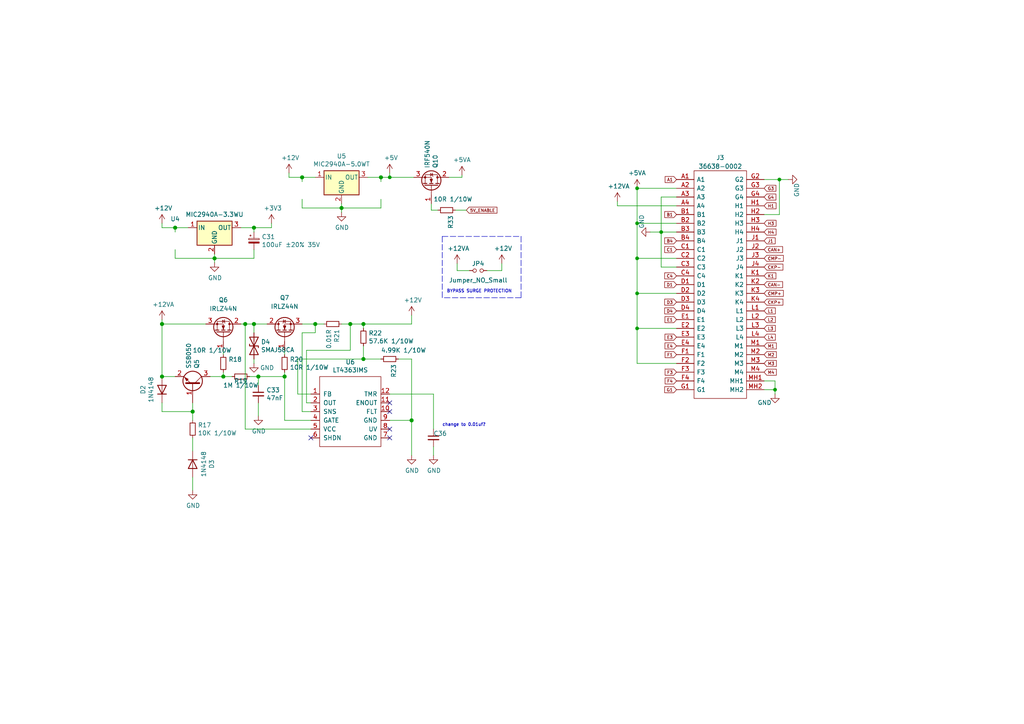
<source format=kicad_sch>
(kicad_sch (version 20211123) (generator eeschema)
  (paper "A4")
  (title_block (title "uEFI") (date "%%date%%") (rev "%%version%%") (company "Churrosoft") (comment 1 "MIT Licence"))
  (lib_symbols
    (symbol "Device:CP_Small" (pin_numbers hide) (pin_names (offset 0.254) hide)
      (property "Reference" "C" (at 0.254 1.778 0))
      (property "Value" "CP_Small" (at 0.254 -2.032 0))
      (symbol "CP_Small_0_1"
        (rectangle (start -1.524 -0.3048) (end 1.524 -0.6858) (fill (type outline)))
        (rectangle (start -1.524 0.6858) (end 1.524 0.3048))
        (polyline (pts (xy -1.27 1.524) (xy -0.762 1.524)))
        (polyline (pts (xy -1.016 1.27) (xy -1.016 1.778)))
      )
      (symbol "CP_Small_1_1"
        (pin passive line (at 0 2.54 270) (length 1.8542) (name "~") (number "1"))
        (pin passive line (at 0 -2.54 90) (length 1.8542) (name "~") (number "2"))
      )
    )
    (symbol "Device:C_Small" (pin_numbers hide) (pin_names (offset 0.254) hide)
      (property "Reference" "C" (at 0.254 1.778 0))
      (property "Value" "C_Small" (at 0.254 -2.032 0))
      (symbol "C_Small_0_1"
        (polyline (pts (xy -1.524 -0.508) (xy 1.524 -0.508)) (stroke (width 0.3302)))
        (polyline (pts (xy -1.524 0.508) (xy 1.524 0.508)) (stroke (width 0.3048)))
      )
      (symbol "C_Small_1_1"
        (pin passive line (at 0 2.54 270) (length 2.032) (name "~") (number "1"))
        (pin passive line (at 0 -2.54 90) (length 2.032) (name "~") (number "2"))
      )
    )
    (symbol "Device:D_TVS" (pin_numbers hide) (pin_names (offset 1.016) hide)
      (property "Reference" "D" (at 0 2.54 0))
      (property "Value" "D_TVS" (at 0 -2.54 0))
      (symbol "D_TVS_0_1"
        (polyline (pts (xy 1.27 0) (xy -1.27 0)))
        (polyline (pts (xy 0.508 1.27) (xy 0 1.27) (xy 0 -1.27) (xy -0.508 -1.27)) (stroke (width 0.254)))
        (polyline (pts (xy -2.54 1.27) (xy -2.54 -1.27) (xy 2.54 1.27) (xy 2.54 -1.27) (xy -2.54 1.27)) (stroke (width 0.254)))
      )
      (symbol "D_TVS_1_1"
        (pin passive line (at -3.81 0 0) (length 2.54) (name "A1") (number "1"))
        (pin passive line (at 3.81 0 180) (length 2.54) (name "A2") (number "2"))
      )
    )
    (symbol "Device:Jumper_NO_Small" (pin_numbers hide) (pin_names (offset 0.762) hide)
      (property "Reference" "JP" (at 0 2.032 0))
      (property "Value" "Jumper_NO_Small" (at 0.254 -1.524 0))
      (symbol "Jumper_NO_Small_0_1"
        (circle (center -1.016 0) (radius 0.508))
        (circle (center 1.016 0) (radius 0.508))
        (pin passive line (at -2.54 0 0) (length 1.016) (name "1") (number "1"))
        (pin passive line (at 2.54 0 180) (length 1.016) (name "2") (number "2"))
      )
    )
    (symbol "Device:R_Small" (pin_numbers hide) (pin_names (offset 0.254) hide)
      (property "Reference" "R" (at 0.762 0.508 0))
      (property "Value" "R_Small" (at 0.762 -1.016 0))
      (symbol "R_Small_0_1"
        (rectangle (start -0.762 1.778) (end 0.762 -1.778) (stroke (width 0.2032)))
      )
      (symbol "R_Small_1_1"
        (pin passive line (at 0 2.54 270) (length 0.762) (name "~") (number "1"))
        (pin passive line (at 0 -2.54 90) (length 0.762) (name "~") (number "2"))
      )
    )
    (symbol "Diode:1N4148" (pin_numbers hide) (pin_names (offset 1.016) hide)
      (property "Reference" "D" (at 0 2.54 0))
      (property "Value" "1N4148" (at 0 -2.54 0))
      (symbol "1N4148_0_1"
        (polyline (pts (xy -1.27 1.27) (xy -1.27 -1.27)) (stroke (width 0.254)))
        (polyline (pts (xy 1.27 0) (xy -1.27 0)))
        (polyline (pts (xy 1.27 1.27) (xy 1.27 -1.27) (xy -1.27 0) (xy 1.27 1.27)) (stroke (width 0.254)))
      )
      (symbol "1N4148_1_1"
        (pin passive line (at -3.81 0 0) (length 2.54) (name "K") (number "1"))
        (pin passive line (at 3.81 0 180) (length 2.54) (name "A") (number "2"))
      )
    )
    (symbol "OpenEFI-STM32-rev3:36638-0002" (pin_names (offset 0.762))
      (property "Reference" "J" (at 21.59 7.62 0))
      (property "Value" "36638-0002" (at 21.59 5.08 0))
      (symbol "36638-0002_0_0"
        (pin passive line (at 0 0 0) (length 5.08) (name "A1") (number "A1"))
        (pin passive line (at 0 -2.54 0) (length 5.08) (name "A2") (number "A2"))
        (pin passive line (at 0 -5.08 0) (length 5.08) (name "A3") (number "A3"))
        (pin passive line (at 0 -7.62 0) (length 5.08) (name "A4") (number "A4"))
        (pin passive line (at 0 -10.16 0) (length 5.08) (name "B1") (number "B1"))
        (pin passive line (at 0 -12.7 0) (length 5.08) (name "B2") (number "B2"))
        (pin passive line (at 0 -15.24 0) (length 5.08) (name "B3") (number "B3"))
        (pin passive line (at 0 -17.78 0) (length 5.08) (name "B4") (number "B4"))
        (pin passive line (at 0 -20.32 0) (length 5.08) (name "C1") (number "C1"))
        (pin passive line (at 0 -22.86 0) (length 5.08) (name "C2") (number "C2"))
        (pin passive line (at 0 -25.4 0) (length 5.08) (name "C3") (number "C3"))
        (pin passive line (at 0 -27.94 0) (length 5.08) (name "C4") (number "C4"))
        (pin passive line (at 0 -30.48 0) (length 5.08) (name "D1") (number "D1"))
        (pin passive line (at 0 -33.02 0) (length 5.08) (name "D2") (number "D2"))
        (pin passive line (at 0 -35.56 0) (length 5.08) (name "D3") (number "D3"))
        (pin passive line (at 0 -38.1 0) (length 5.08) (name "D4") (number "D4"))
        (pin passive line (at 0 -40.64 0) (length 5.08) (name "E1") (number "E1"))
        (pin passive line (at 0 -43.18 0) (length 5.08) (name "E2") (number "E2"))
        (pin passive line (at 0 -45.72 0) (length 5.08) (name "E3") (number "E3"))
        (pin passive line (at 0 -48.26 0) (length 5.08) (name "E4") (number "E4"))
        (pin passive line (at 0 -50.8 0) (length 5.08) (name "F1") (number "F1"))
        (pin passive line (at 0 -53.34 0) (length 5.08) (name "F2") (number "F2"))
        (pin passive line (at 0 -55.88 0) (length 5.08) (name "F3") (number "F3"))
        (pin passive line (at 0 -58.42 0) (length 5.08) (name "F4") (number "F4"))
        (pin passive line (at 0 -60.96 0) (length 5.08) (name "G1") (number "G1"))
        (pin passive line (at 25.4 0 180) (length 5.08) (name "G2") (number "G2"))
        (pin passive line (at 25.4 -2.54 180) (length 5.08) (name "G3") (number "G3"))
        (pin passive line (at 25.4 -5.08 180) (length 5.08) (name "G4") (number "G4"))
        (pin passive line (at 25.4 -7.62 180) (length 5.08) (name "H1") (number "H1"))
        (pin passive line (at 25.4 -10.16 180) (length 5.08) (name "H2") (number "H2"))
        (pin passive line (at 25.4 -12.7 180) (length 5.08) (name "H3") (number "H3"))
        (pin passive line (at 25.4 -15.24 180) (length 5.08) (name "H4") (number "H4"))
        (pin passive line (at 25.4 -17.78 180) (length 5.08) (name "J1") (number "J1"))
        (pin passive line (at 25.4 -20.32 180) (length 5.08) (name "J2") (number "J2"))
        (pin passive line (at 25.4 -22.86 180) (length 5.08) (name "J3") (number "J3"))
        (pin passive line (at 25.4 -25.4 180) (length 5.08) (name "J4") (number "J4"))
        (pin passive line (at 25.4 -27.94 180) (length 5.08) (name "K1") (number "K1"))
        (pin passive line (at 25.4 -30.48 180) (length 5.08) (name "K2") (number "K2"))
        (pin passive line (at 25.4 -33.02 180) (length 5.08) (name "K3") (number "K3"))
        (pin passive line (at 25.4 -35.56 180) (length 5.08) (name "K4") (number "K4"))
        (pin passive line (at 25.4 -38.1 180) (length 5.08) (name "L1") (number "L1"))
        (pin passive line (at 25.4 -40.64 180) (length 5.08) (name "L2") (number "L2"))
        (pin passive line (at 25.4 -43.18 180) (length 5.08) (name "L3") (number "L3"))
        (pin passive line (at 25.4 -45.72 180) (length 5.08) (name "L4") (number "L4"))
        (pin passive line (at 25.4 -48.26 180) (length 5.08) (name "M1") (number "M1"))
        (pin passive line (at 25.4 -50.8 180) (length 5.08) (name "M2") (number "M2"))
        (pin passive line (at 25.4 -53.34 180) (length 5.08) (name "M3") (number "M3"))
        (pin passive line (at 25.4 -55.88 180) (length 5.08) (name "M4") (number "M4"))
        (pin passive line (at 25.4 -58.42 180) (length 5.08) (name "MH1") (number "MH1"))
        (pin passive line (at 25.4 -60.96 180) (length 5.08) (name "MH2") (number "MH2"))
      )
      (symbol "36638-0002_0_1"
        (polyline (pts (xy 5.08 2.54) (xy 20.32 2.54) (xy 20.32 -63.5) (xy 5.08 -63.5) (xy 5.08 2.54)) (stroke (width 0.1524)))
      )
    )
    (symbol "OpenEFI-STM32-rev3:LT4363IMS" (pin_names (offset 1.016))
      (property "Reference" "U" (at 0 2.54 0))
      (property "Value" "LT4363IMS" (at 0 5.08 0))
      (symbol "LT4363IMS_0_1"
        (rectangle (start -8.89 6.35) (end 8.89 -13.97))
      )
      (symbol "LT4363IMS_1_1"
        (pin input line (at -11.43 1.27 0) (length 2.54) (name "FB") (number "1"))
        (pin input line (at 11.43 -3.81 180) (length 2.54) (name "FLT") (number "10"))
        (pin input line (at 11.43 -1.27 180) (length 2.54) (name "ENOUT") (number "11"))
        (pin input line (at 11.43 1.27 180) (length 2.54) (name "TMR") (number "12"))
        (pin input line (at -11.43 -1.27 0) (length 2.54) (name "OUT") (number "2"))
        (pin input line (at -11.43 -3.81 0) (length 2.54) (name "SNS") (number "3"))
        (pin input line (at -11.43 -6.35 0) (length 2.54) (name "GATE") (number "4"))
        (pin input line (at -11.43 -8.89 0) (length 2.54) (name "VCC") (number "5"))
        (pin input line (at -11.43 -11.43 0) (length 2.54) (name "SHDN") (number "6"))
        (pin input line (at 11.43 -11.43 180) (length 2.54) (name "GND") (number "7"))
        (pin input line (at 11.43 -8.89 180) (length 2.54) (name "UV") (number "8"))
        (pin input line (at 11.43 -6.35 180) (length 2.54) (name "GND") (number "9"))
      )
    )
    (symbol "Regulator_Linear:L7805" (pin_names (offset 0.254))
      (property "Reference" "U" (at -3.81 3.175 0))
      (property "Value" "L7805" (at 0 3.175 0))
      (symbol "L7805_0_1"
        (rectangle (start -5.08 1.905) (end 5.08 -5.08) (stroke (width 0.254)) (fill (type background)))
      )
      (symbol "L7805_1_1"
        (pin power_in line (at -7.62 0 0) (length 2.54) (name "IN") (number "1"))
        (pin power_in line (at 0 -7.62 90) (length 2.54) (name "GND") (number "2"))
        (pin power_out line (at 7.62 0 180) (length 2.54) (name "OUT") (number "3"))
      )
    )
    (symbol "Transistor_BJT:2N3055" (pin_names (offset 0) hide)
      (property "Reference" "Q" (at 5.08 1.905 0))
      (property "Value" "2N3055" (at 5.08 0 0))
      (symbol "2N3055_0_1"
        (polyline (pts (xy 0.635 0.635) (xy 2.54 2.54)))
        (polyline (pts (xy 0.635 -0.635) (xy 2.54 -2.54) (xy 2.54 -2.54)))
        (polyline (pts (xy 0.635 1.905) (xy 0.635 -1.905) (xy 0.635 -1.905)) (stroke (width 0.508)))
        (polyline (pts (xy 1.27 -1.778) (xy 1.778 -1.27) (xy 2.286 -2.286) (xy 1.27 -1.778) (xy 1.27 -1.778)) (fill (type outline)))
        (circle (center 1.27 0) (radius 2.8194) (stroke (width 0.254)))
      )
      (symbol "2N3055_1_1"
        (pin input line (at -5.08 0 0) (length 5.715) (name "B") (number "1"))
        (pin passive line (at 2.54 -5.08 90) (length 2.54) (name "E") (number "2"))
        (pin passive line (at 2.54 5.08 270) (length 2.54) (name "C") (number "3"))
      )
    )
    (symbol "Transistor_FET:IRF540N" (pin_names hide)
      (property "Reference" "Q" (at 6.35 1.905 0))
      (property "Value" "IRF540N" (at 6.35 0 0))
      (symbol "IRF540N_0_1"
        (polyline (pts (xy 0.254 0) (xy -2.54 0)))
        (polyline (pts (xy 0.254 1.905) (xy 0.254 -1.905)) (stroke (width 0.254)))
        (polyline (pts (xy 0.762 -1.27) (xy 0.762 -2.286)) (stroke (width 0.254)))
        (polyline (pts (xy 0.762 0.508) (xy 0.762 -0.508)) (stroke (width 0.254)))
        (polyline (pts (xy 0.762 2.286) (xy 0.762 1.27)) (stroke (width 0.254)))
        (polyline (pts (xy 2.54 2.54) (xy 2.54 1.778)))
        (polyline (pts (xy 2.54 -2.54) (xy 2.54 0) (xy 0.762 0)))
        (polyline (pts (xy 0.762 -1.778) (xy 3.302 -1.778) (xy 3.302 1.778) (xy 0.762 1.778)))
        (polyline (pts (xy 1.016 0) (xy 2.032 0.381) (xy 2.032 -0.381) (xy 1.016 0)) (fill (type outline)))
        (polyline (pts (xy 2.794 0.508) (xy 2.921 0.381) (xy 3.683 0.381) (xy 3.81 0.254)))
        (polyline (pts (xy 3.302 0.381) (xy 2.921 -0.254) (xy 3.683 -0.254) (xy 3.302 0.381)))
        (circle (center 1.651 0) (radius 2.794) (stroke (width 0.254)))
        (circle (center 2.54 -1.778) (radius 0.254) (fill (type outline)))
        (circle (center 2.54 1.778) (radius 0.254) (fill (type outline)))
      )
      (symbol "IRF540N_1_1"
        (pin input line (at -5.08 0 0) (length 2.54) (name "G") (number "1"))
        (pin passive line (at 2.54 5.08 270) (length 2.54) (name "D") (number "2"))
        (pin passive line (at 2.54 -5.08 90) (length 2.54) (name "S") (number "3"))
      )
    )
    (symbol "Transistor_FET:IRLZ44N" (pin_names hide)
      (property "Reference" "Q" (at 6.35 1.905 0))
      (property "Value" "IRLZ44N" (at 6.35 0 0))
      (symbol "IRLZ44N_0_1"
        (polyline (pts (xy 0.254 0) (xy -2.54 0)))
        (polyline (pts (xy 0.254 1.905) (xy 0.254 -1.905)) (stroke (width 0.254)))
        (polyline (pts (xy 0.762 -1.27) (xy 0.762 -2.286)) (stroke (width 0.254)))
        (polyline (pts (xy 0.762 0.508) (xy 0.762 -0.508)) (stroke (width 0.254)))
        (polyline (pts (xy 0.762 2.286) (xy 0.762 1.27)) (stroke (width 0.254)))
        (polyline (pts (xy 2.54 2.54) (xy 2.54 1.778)))
        (polyline (pts (xy 2.54 -2.54) (xy 2.54 0) (xy 0.762 0)))
        (polyline (pts (xy 0.762 -1.778) (xy 3.302 -1.778) (xy 3.302 1.778) (xy 0.762 1.778)))
        (polyline (pts (xy 1.016 0) (xy 2.032 0.381) (xy 2.032 -0.381) (xy 1.016 0)) (fill (type outline)))
        (polyline (pts (xy 2.794 0.508) (xy 2.921 0.381) (xy 3.683 0.381) (xy 3.81 0.254)))
        (polyline (pts (xy 3.302 0.381) (xy 2.921 -0.254) (xy 3.683 -0.254) (xy 3.302 0.381)))
        (circle (center 1.651 0) (radius 2.794) (stroke (width 0.254)))
        (circle (center 2.54 -1.778) (radius 0.254) (fill (type outline)))
        (circle (center 2.54 1.778) (radius 0.254) (fill (type outline)))
      )
      (symbol "IRLZ44N_1_1"
        (pin input line (at -5.08 0 0) (length 2.54) (name "G") (number "1"))
        (pin passive line (at 2.54 5.08 270) (length 2.54) (name "D") (number "2"))
        (pin passive line (at 2.54 -5.08 90) (length 2.54) (name "S") (number "3"))
      )
    )
    (symbol "power:+12V" (power) (pin_names (offset 0))
      (property "Value" "+12V" (at 0 3.556 0))
      (symbol "+12V_0_1"
        (polyline (pts (xy -0.762 1.27) (xy 0 2.54)))
        (polyline (pts (xy 0 0) (xy 0 2.54)))
        (polyline (pts (xy 0 2.54) (xy 0.762 1.27)))
      )
      (symbol "+12V_1_1"
        (pin power_in line (at 0 0 90) (length 0) hide (name "+12V") (number "1"))
      )
    )
    (symbol "power:+12VA" (power) (pin_names (offset 0))
      (property "Value" "+12VA" (at 0 3.556 0))
      (symbol "+12VA_0_1"
        (polyline (pts (xy -0.762 1.27) (xy 0 2.54)))
        (polyline (pts (xy 0 0) (xy 0 2.54)))
        (polyline (pts (xy 0 2.54) (xy 0.762 1.27)))
      )
      (symbol "+12VA_1_1"
        (pin power_in line (at 0 0 90) (length 0) hide (name "+12VA") (number "1"))
      )
    )
    (symbol "power:+3V3" (power) (pin_names (offset 0))
      (property "Value" "+3V3" (at 0 3.556 0))
      (symbol "+3V3_0_1"
        (polyline (pts (xy -0.762 1.27) (xy 0 2.54)))
        (polyline (pts (xy 0 0) (xy 0 2.54)))
        (polyline (pts (xy 0 2.54) (xy 0.762 1.27)))
      )
      (symbol "+3V3_1_1"
        (pin power_in line (at 0 0 90) (length 0) hide (name "+3V3") (number "1"))
      )
    )
    (symbol "power:+5V" (power) (pin_names (offset 0))
      (property "Value" "+5V" (at 0 3.556 0))
      (symbol "+5V_0_1"
        (polyline (pts (xy -0.762 1.27) (xy 0 2.54)))
        (polyline (pts (xy 0 0) (xy 0 2.54)))
        (polyline (pts (xy 0 2.54) (xy 0.762 1.27)))
      )
      (symbol "+5V_1_1"
        (pin power_in line (at 0 0 90) (length 0) hide (name "+5V") (number "1"))
      )
    )
    (symbol "power:+5VA" (power) (pin_names (offset 0))
      (property "Value" "+5VA" (at 0 3.556 0))
      (symbol "+5VA_0_1"
        (polyline (pts (xy -0.762 1.27) (xy 0 2.54)))
        (polyline (pts (xy 0 0) (xy 0 2.54)))
        (polyline (pts (xy 0 2.54) (xy 0.762 1.27)))
      )
      (symbol "+5VA_1_1"
        (pin power_in line (at 0 0 90) (length 0) hide (name "+5VA") (number "1"))
      )
    )
    (symbol "power:GND" (power) (pin_names (offset 0))
      (property "Value" "GND" (at 0 -3.81 0))
      (symbol "GND_0_1"
        (polyline (pts (xy 0 0) (xy 0 -1.27) (xy 1.27 -1.27) (xy 0 -2.54) (xy -1.27 -1.27) (xy 0 -1.27)))
      )
      (symbol "GND_1_1"
        (pin power_in line (at 0 0 270) (length 0) hide (name "GND") (number "1"))
      )
    )
  )
  (junction (at 105.41 104.14) (diameter 1.016))
  (junction (at 101.6 93.98) (diameter 1.016))
  (junction (at 184.785 54.61) (diameter 0.9144))
  (junction (at 119.38 121.92) (diameter 1.016))
  (junction (at 91.44 93.98) (diameter 1.016))
  (junction (at 184.785 95.25) (diameter 0.9144))
  (junction (at 73.66 93.98) (diameter 1.016))
  (junction (at 46.99 93.98) (diameter 1.016))
  (junction (at 191.77 67.31) (diameter 0.9144))
  (junction (at 46.99 109.22) (diameter 1.016))
  (junction (at 50.8 66.04) (diameter 1.016))
  (junction (at 82.55 109.22) (diameter 1.016))
  (junction (at 99.06 60.325) (diameter 1.016))
  (junction (at 113.03 51.435) (diameter 0.9144))
  (junction (at 110.49 51.435) (diameter 1.016))
  (junction (at 64.77 109.22) (diameter 1.016))
  (junction (at 74.93 109.22) (diameter 1.016))
  (junction (at 226.06 52.07) (diameter 0.9144))
  (junction (at 87.63 51.435) (diameter 1.016))
  (junction (at 184.785 85.09) (diameter 0.9144))
  (junction (at 62.23 74.93) (diameter 1.016))
  (junction (at 55.88 119.38) (diameter 1.016))
  (junction (at 71.12 93.98) (diameter 1.016))
  (junction (at 224.79 113.03) (diameter 0.9144))
  (junction (at 73.66 66.04) (diameter 1.016))
  (junction (at 184.785 64.77) (diameter 0.9144))
  (junction (at 184.785 74.93) (diameter 0.9144))
  (junction (at 105.41 93.98) (diameter 1.016))
  (no_connect (at 90.17 127))
  (no_connect (at 113.03 124.46))
  (no_connect (at 113.03 119.38))
  (no_connect (at 113.03 127))
  (no_connect (at 113.03 116.84))
  (wire (pts (xy 82.55 121.92) (xy 82.55 109.22)))
  (wire (pts (xy 60.96 109.22) (xy 64.77 109.22)))
  (wire (pts (xy 83.82 51.435) (xy 87.63 51.435)))
  (wire (pts (xy 64.77 101.6) (xy 64.77 102.87)))
  (wire (pts (xy 86.36 114.3) (xy 90.17 114.3)))
  (wire (pts (xy 82.55 107.95) (xy 82.55 109.22)))
  (wire (pts (xy 64.77 109.22) (xy 64.77 107.95)))
  (wire (pts (xy 179.07 59.69) (xy 179.07 58.42)))
  (wire (pts (xy 54.61 66.04) (xy 50.8 66.04)))
  (wire (pts (xy 74.93 109.22) (xy 82.55 109.22)))
  (wire (pts (xy 221.615 110.49) (xy 224.79 110.49)))
  (wire (pts (xy 224.79 110.49) (xy 224.79 113.03)))
  (wire (pts (xy 224.79 113.03) (xy 224.79 114.3)))
  (wire (pts (xy 87.63 60.325) (xy 99.06 60.325)))
  (wire (pts (xy 90.17 119.38) (xy 87.63 119.38)))
  (wire (pts (xy 82.55 121.92) (xy 90.17 121.92)))
  (wire (pts (xy 74.93 111.76) (xy 74.93 109.22)))
  (wire (pts (xy 221.615 113.03) (xy 224.79 113.03)))
  (wire (pts (xy 67.31 109.22) (xy 64.77 109.22)))
  (wire (pts (xy 91.44 96.52) (xy 91.44 93.98)))
  (wire (pts (xy 50.8 72.39) (xy 50.8 74.93)))
  (wire (pts (xy 69.85 66.04) (xy 73.66 66.04)))
  (wire (pts (xy 88.9 101.6) (xy 88.9 116.84)))
  (polyline (pts (xy 128.27 68.58) (xy 128.27 86.36)))
  (polyline (pts (xy 128.27 68.58) (xy 151.13 68.58)))
  (polyline (pts (xy 151.13 68.58) (xy 151.13 86.36)))
  (polyline (pts (xy 151.13 86.36) (xy 128.27 86.36)))
  (wire (pts (xy 87.63 51.435) (xy 91.44 51.435)))
  (wire (pts (xy 125.73 129.54) (xy 125.73 132.08)))
  (wire (pts (xy 46.99 66.04) (xy 50.8 66.04)))
  (wire (pts (xy 113.03 114.3) (xy 125.73 114.3)))
  (wire (pts (xy 105.41 104.14) (xy 110.49 104.14)))
  (wire (pts (xy 191.77 57.15) (xy 191.77 67.31)))
  (wire (pts (xy 191.77 67.31) (xy 196.215 67.31)))
  (wire (pts (xy 196.215 57.15) (xy 191.77 57.15)))
  (wire (pts (xy 73.66 74.93) (xy 62.23 74.93)))
  (wire (pts (xy 46.99 93.98) (xy 59.69 93.98)))
  (wire (pts (xy 78.74 66.04) (xy 73.66 66.04)))
  (wire (pts (xy 82.55 102.87) (xy 82.55 101.6)))
  (wire (pts (xy 62.23 73.66) (xy 62.23 74.93)))
  (wire (pts (xy 99.06 60.325) (xy 99.06 61.595)))
  (wire (pts (xy 119.38 91.44) (xy 119.38 93.98)))
  (wire (pts (xy 46.99 119.38) (xy 55.88 119.38)))
  (wire (pts (xy 196.215 85.09) (xy 184.785 85.09)))
  (wire (pts (xy 83.82 50.165) (xy 83.82 51.435)))
  (wire (pts (xy 73.66 72.39) (xy 73.66 74.93)))
  (wire (pts (xy 105.41 93.98) (xy 105.41 95.25)))
  (wire (pts (xy 86.36 104.14) (xy 86.36 114.3)))
  (wire (pts (xy 113.03 121.92) (xy 119.38 121.92)))
  (wire (pts (xy 179.07 59.69) (xy 196.215 59.69)))
  (wire (pts (xy 73.66 96.52) (xy 73.66 93.98)))
  (wire (pts (xy 55.88 119.38) (xy 55.88 121.92)))
  (wire (pts (xy 101.6 93.98) (xy 101.6 101.6)))
  (wire (pts (xy 46.99 109.22) (xy 50.8 109.22)))
  (wire (pts (xy 141.224 78.486) (xy 145.542 78.486)))
  (wire (pts (xy 145.542 78.486) (xy 145.542 76.454)))
  (wire (pts (xy 62.23 74.93) (xy 62.23 76.2)))
  (wire (pts (xy 71.12 93.98) (xy 71.12 124.46)))
  (wire (pts (xy 132.08 60.96) (xy 135.255 60.96)))
  (wire (pts (xy 105.41 100.33) (xy 105.41 104.14)))
  (wire (pts (xy 91.44 93.98) (xy 93.98 93.98)))
  (wire (pts (xy 99.06 59.055) (xy 99.06 60.325)))
  (wire (pts (xy 74.93 116.84) (xy 74.93 120.65)))
  (wire (pts (xy 46.99 92.71) (xy 46.99 93.98)))
  (wire (pts (xy 188.595 67.31) (xy 191.77 67.31)))
  (wire (pts (xy 55.88 138.43) (xy 55.88 142.24)))
  (wire (pts (xy 87.63 119.38) (xy 87.63 96.52)))
  (wire (pts (xy 133.985 50.8) (xy 133.985 51.435)))
  (wire (pts (xy 133.985 51.435) (xy 130.175 51.435)))
  (wire (pts (xy 78.74 64.77) (xy 78.74 66.04)))
  (wire (pts (xy 71.12 124.46) (xy 90.17 124.46)))
  (wire (pts (xy 73.66 66.04) (xy 73.66 67.31)))
  (wire (pts (xy 50.8 74.93) (xy 62.23 74.93)))
  (wire (pts (xy 87.63 52.705) (xy 87.63 51.435)))
  (wire (pts (xy 113.03 51.435) (xy 110.49 51.435)))
  (wire (pts (xy 73.66 93.98) (xy 77.47 93.98)))
  (wire (pts (xy 125.095 59.055) (xy 125.095 60.96)))
  (wire (pts (xy 125.095 60.96) (xy 127 60.96)))
  (wire (pts (xy 87.63 93.98) (xy 91.44 93.98)))
  (wire (pts (xy 55.88 127) (xy 55.88 130.81)))
  (wire (pts (xy 113.03 50.165) (xy 113.03 51.435)))
  (wire (pts (xy 125.73 114.3) (xy 125.73 124.46)))
  (wire (pts (xy 71.12 93.98) (xy 73.66 93.98)))
  (wire (pts (xy 113.03 51.435) (xy 120.015 51.435)))
  (wire (pts (xy 69.85 93.98) (xy 71.12 93.98)))
  (wire (pts (xy 101.6 101.6) (xy 88.9 101.6)))
  (wire (pts (xy 110.49 60.325) (xy 99.06 60.325)))
  (wire (pts (xy 73.66 104.14) (xy 73.66 105.41)))
  (wire (pts (xy 191.77 77.47) (xy 191.77 67.31)))
  (wire (pts (xy 196.215 77.47) (xy 191.77 77.47)))
  (wire (pts (xy 184.785 74.93) (xy 196.215 74.93)))
  (wire (pts (xy 46.99 116.84) (xy 46.99 119.38)))
  (wire (pts (xy 119.38 121.92) (xy 119.38 132.08)))
  (wire (pts (xy 99.06 93.98) (xy 101.6 93.98)))
  (wire (pts (xy 88.9 116.84) (xy 90.17 116.84)))
  (wire (pts (xy 119.38 93.98) (xy 105.41 93.98)))
  (wire (pts (xy 221.615 52.07) (xy 226.06 52.07)))
  (wire (pts (xy 226.06 52.07) (xy 228.6 52.07)))
  (wire (pts (xy 55.88 116.84) (xy 55.88 119.38)))
  (wire (pts (xy 184.785 54.61) (xy 184.785 64.77)))
  (wire (pts (xy 184.785 64.77) (xy 184.785 74.93)))
  (wire (pts (xy 184.785 74.93) (xy 184.785 85.09)))
  (wire (pts (xy 184.785 85.09) (xy 184.785 95.25)))
  (wire (pts (xy 184.785 95.25) (xy 184.785 105.41)))
  (wire (pts (xy 184.785 105.41) (xy 196.215 105.41)))
  (wire (pts (xy 196.215 54.61) (xy 184.785 54.61)))
  (wire (pts (xy 110.49 51.435) (xy 110.49 52.705)))
  (wire (pts (xy 72.39 109.22) (xy 74.93 109.22)))
  (wire (pts (xy 106.68 51.435) (xy 110.49 51.435)))
  (wire (pts (xy 105.41 104.14) (xy 86.36 104.14)))
  (wire (pts (xy 132.588 76.454) (xy 132.588 78.486)))
  (wire (pts (xy 132.588 78.486) (xy 136.144 78.486)))
  (wire (pts (xy 46.99 109.22) (xy 46.99 93.98)))
  (wire (pts (xy 87.63 96.52) (xy 91.44 96.52)))
  (wire (pts (xy 50.8 66.04) (xy 50.8 67.31)))
  (wire (pts (xy 221.615 62.23) (xy 226.06 62.23)))
  (wire (pts (xy 226.06 62.23) (xy 226.06 52.07)))
  (wire (pts (xy 101.6 93.98) (xy 105.41 93.98)))
  (wire (pts (xy 184.785 95.25) (xy 196.215 95.25)))
  (wire (pts (xy 119.38 104.14) (xy 119.38 121.92)))
  (wire (pts (xy 115.57 104.14) (xy 119.38 104.14)))
  (wire (pts (xy 87.63 57.785) (xy 87.63 60.325)))
  (wire (pts (xy 184.785 64.77) (xy 196.215 64.77)))
  (wire (pts (xy 110.49 57.785) (xy 110.49 60.325)))
  (wire (pts (xy 46.99 64.77) (xy 46.99 66.04)))
  (text "BYPASS SURGE PROTECTION" (at 129.54 85.09 0) (effects (font (size 0.889 0.889)) (justify left bottom)))
  (text "change to 0.01uf?" (at 128.27 123.825 0) (effects (font (size 0.889 0.889)) (justify left bottom)))
  (global_label "L1" (shape input) (at 221.615 90.17 0) (effects (font (size 0.889 0.889))) (property "Intersheet References" "${INTERSHEET_REFS}" (effects hide)))
  (global_label "M3" (shape input) (at 221.615 105.41 0) (effects (font (size 0.889 0.889))) (property "Intersheet References" "${INTERSHEET_REFS}" (effects hide)))
  (global_label "K1" (shape input) (at 221.615 80.01 0) (effects (font (size 0.889 0.889))) (property "Intersheet References" "${INTERSHEET_REFS}" (effects hide)))
  (global_label "E1" (shape input) (at 196.215 92.71 180) (effects (font (size 0.889 0.889))) (property "Intersheet References" "${INTERSHEET_REFS}" (effects hide)))
  (global_label "CMP+" (shape input) (at 221.615 85.09 0) (effects (font (size 0.889 0.889))) (property "Intersheet References" "${INTERSHEET_REFS}" (effects hide)))
  (global_label "C1" (shape input) (at 196.215 72.39 180) (effects (font (size 0.889 0.889))) (property "Intersheet References" "${INTERSHEET_REFS}" (effects hide)))
  (global_label "E3" (shape input) (at 196.215 97.79 180) (effects (font (size 0.889 0.889))) (property "Intersheet References" "${INTERSHEET_REFS}" (effects hide)))
  (global_label "G1" (shape input) (at 196.215 113.03 180) (effects (font (size 0.889 0.889))) (property "Intersheet References" "${INTERSHEET_REFS}" (effects hide)))
  (global_label "M2" (shape input) (at 221.615 102.87 0) (effects (font (size 0.889 0.889))) (property "Intersheet References" "${INTERSHEET_REFS}" (effects hide)))
  (global_label "CMP-" (shape input) (at 221.615 74.93 0) (effects (font (size 0.889 0.889))) (property "Intersheet References" "${INTERSHEET_REFS}" (effects hide)))
  (global_label "B4" (shape input) (at 196.215 69.85 180) (effects (font (size 0.889 0.889))) (property "Intersheet References" "${INTERSHEET_REFS}" (effects hide)))
  (global_label "L4" (shape input) (at 221.615 97.79 0) (effects (font (size 0.889 0.889))) (property "Intersheet References" "${INTERSHEET_REFS}" (effects hide)))
  (global_label "F4" (shape input) (at 196.215 110.49 180) (effects (font (size 0.889 0.889))) (property "Intersheet References" "${INTERSHEET_REFS}" (effects hide)))
  (global_label "M4" (shape input) (at 221.615 107.95 0) (effects (font (size 0.889 0.889))) (property "Intersheet References" "${INTERSHEET_REFS}" (effects hide)))
  (global_label "CAN-" (shape input) (at 221.615 82.55 0) (effects (font (size 0.889 0.889))) (property "Intersheet References" "${INTERSHEET_REFS}" (effects hide)))
  (global_label "CKP-" (shape input) (at 221.615 77.47 0) (effects (font (size 0.889 0.889))) (property "Intersheet References" "${INTERSHEET_REFS}" (effects hide)))
  (global_label "D3" (shape input) (at 196.215 87.63 180) (effects (font (size 0.889 0.889))) (property "Intersheet References" "${INTERSHEET_REFS}" (effects hide)))
  (global_label "C4" (shape input) (at 196.215 80.01 180) (effects (font (size 0.889 0.889))) (property "Intersheet References" "${INTERSHEET_REFS}" (effects hide)))
  (global_label "D4" (shape input) (at 196.215 90.17 180) (effects (font (size 0.889 0.889))) (property "Intersheet References" "${INTERSHEET_REFS}" (effects hide)))
  (global_label "F1" (shape input) (at 196.215 102.87 180) (effects (font (size 0.889 0.889))) (property "Intersheet References" "${INTERSHEET_REFS}" (effects hide)))
  (global_label "5V_ENABLE" (shape input) (at 135.255 60.96 0) (effects (font (size 0.889 0.889))) (property "Intersheet References" "${INTERSHEET_REFS}" (effects hide)))
  (global_label "B1" (shape input) (at 196.215 62.23 180) (effects (font (size 0.889 0.889))) (property "Intersheet References" "${INTERSHEET_REFS}" (effects hide)))
  (global_label "D1" (shape input) (at 196.215 82.55 180) (effects (font (size 0.889 0.889))) (property "Intersheet References" "${INTERSHEET_REFS}" (effects hide)))
  (global_label "H4" (shape input) (at 221.615 67.31 0) (effects (font (size 0.889 0.889))) (property "Intersheet References" "${INTERSHEET_REFS}" (effects hide)))
  (global_label "J1" (shape input) (at 221.615 69.85 0) (effects (font (size 0.889 0.889))) (property "Intersheet References" "${INTERSHEET_REFS}" (effects hide)))
  (global_label "L2" (shape input) (at 221.615 92.71 0) (effects (font (size 0.889 0.889))) (property "Intersheet References" "${INTERSHEET_REFS}" (effects hide)))
  (global_label "H3" (shape input) (at 221.615 64.77 0) (effects (font (size 0.889 0.889))) (property "Intersheet References" "${INTERSHEET_REFS}" (effects hide)))
  (global_label "CAN+" (shape input) (at 221.615 72.39 0) (effects (font (size 0.889 0.889))) (property "Intersheet References" "${INTERSHEET_REFS}" (effects hide)))
  (global_label "L3" (shape input) (at 221.615 95.25 0) (effects (font (size 0.889 0.889))) (property "Intersheet References" "${INTERSHEET_REFS}" (effects hide)))
  (global_label "A1" (shape input) (at 196.215 52.07 180) (effects (font (size 0.889 0.889))) (property "Intersheet References" "${INTERSHEET_REFS}" (effects hide)))
  (global_label "G3" (shape input) (at 221.615 54.61 0) (effects (font (size 0.889 0.889))) (property "Intersheet References" "${INTERSHEET_REFS}" (effects hide)))
  (global_label "E4" (shape input) (at 196.215 100.33 180) (effects (font (size 0.889 0.889))) (property "Intersheet References" "${INTERSHEET_REFS}" (effects hide)))
  (global_label "G4" (shape input) (at 221.615 57.15 0) (effects (font (size 0.889 0.889))) (property "Intersheet References" "${INTERSHEET_REFS}" (effects hide)))
  (global_label "M1" (shape input) (at 221.615 100.33 0) (effects (font (size 0.889 0.889))) (property "Intersheet References" "${INTERSHEET_REFS}" (effects hide)))
  (global_label "CKP+" (shape input) (at 221.615 87.63 0) (effects (font (size 0.889 0.889))) (property "Intersheet References" "${INTERSHEET_REFS}" (effects hide)))
  (global_label "F3" (shape input) (at 196.215 107.95 180) (effects (font (size 0.889 0.889))) (property "Intersheet References" "${INTERSHEET_REFS}" (effects hide)))
  (global_label "H1" (shape input) (at 221.615 59.69 0) (effects (font (size 0.889 0.889))) (property "Intersheet References" "${INTERSHEET_REFS}" (effects hide)))
  (symbol (lib_id "OpenEFI-STM32-rev3:LT4363IMS") (at 101.6 115.57 0) (unit 1)
    (property "Reference" "U6" (at 101.6 105.029 0))
    (property "Value" "LT4363IMS" (at 101.6 107.3404 0))
    (property "Footprint" "Package_SO:MSOP-12_3x4mm_P0.65mm" (effects hide))
    (property "Datasheet" "https://ar.mouser.com/datasheet/2/609/ADuM4160-1503590.pdf" (effects hide))
  )
  (symbol (lib_id "Device:R_Small") (at 96.52 93.98 270) (unit 1)
    (property "Reference" "R21" (at 97.6884 95.4786 0) (effects (justify left)))
    (property "Value" "0.01R" (at 95.377 95.4786 0) (effects (justify left)))
    (property "Footprint" "Resistor_SMD:R_1210_3225Metric" (effects hide))
    (property "LCSC" "C175884" (effects hide))
  )
  (symbol (lib_id "Diode:1N4148") (at 55.88 134.62 270) (unit 1)
    (property "Reference" "D3" (at 61.3918 134.62 0))
    (property "Value" "1N4148" (at 59.0804 134.62 0))
    (property "Footprint" "Diode_SMD:D_SOD-523" (effects hide))
    (property "Datasheet" "https://assets.nexperia.com/documents/data-sheet/1N4148_1N4448.pdf" (effects hide))
    (property "LCSC" "C511874" (effects hide))
  )
  (symbol (lib_id "Diode:1N4148") (at 46.99 113.03 90) (unit 1)
    (property "Reference" "D2" (at 41.4782 113.03 0))
    (property "Value" "1N4148" (at 43.7896 113.03 0))
    (property "Footprint" "Diode_SMD:D_SOD-523" (effects hide))
    (property "Datasheet" "https://assets.nexperia.com/documents/data-sheet/1N4148_1N4448.pdf" (effects hide))
    (property "LCSC" "C511874" (effects hide))
  )
  (symbol (lib_id "Device:R_Small") (at 105.41 97.79 0) (unit 1)
    (property "Reference" "R22" (at 106.9086 96.6216 0) (effects (justify left)))
    (property "Value" "57.6K 1/10W" (at 106.9086 98.933 0) (effects (justify left)))
    (property "Footprint" "Resistor_SMD:R_0603_1608Metric" (effects hide))
  )
  (symbol (lib_id "Device:R_Small") (at 69.85 109.22 270) (unit 1)
    (property "Reference" "R19" (at 69.85 110.49 90))
    (property "Value" "1M 1/10W" (at 69.85 111.76 90))
    (property "Footprint" "Resistor_SMD:R_0603_1608Metric" (effects hide))
  )
  (symbol (lib_id "Device:R_Small") (at 64.77 105.41 0) (unit 1)
    (property "Reference" "R18" (at 66.2686 104.2416 0) (effects (justify left)))
    (property "Value" "10R 1/10W" (at 55.88 101.6 0) (effects (justify left)))
    (property "Footprint" "Resistor_SMD:R_0603_1608Metric" (effects hide))
  )
  (symbol (lib_id "Device:R_Small") (at 113.03 104.14 270) (unit 1)
    (property "Reference" "R23" (at 114.1984 105.6386 0) (effects (justify left)))
    (property "Value" "4.99K 1/10W" (at 110.49 101.6 90) (effects (justify left)))
    (property "Footprint" "Resistor_SMD:R_0603_1608Metric" (effects hide))
  )
  (symbol (lib_id "Device:R_Small") (at 55.88 124.46 0) (unit 1)
    (property "Reference" "R17" (at 57.3786 123.2916 0) (effects (justify left)))
    (property "Value" "10K 1/10W" (at 57.3786 125.603 0) (effects (justify left)))
    (property "Footprint" "Resistor_SMD:R_0603_1608Metric" (effects hide))
  )
  (symbol (lib_id "Device:R_Small") (at 82.55 105.41 0) (unit 1)
    (property "Reference" "R20" (at 84.0486 104.2416 0) (effects (justify left)))
    (property "Value" "10R 1/10W" (at 84.0486 106.553 0) (effects (justify left)))
    (property "Footprint" "Resistor_SMD:R_0603_1608Metric" (effects hide))
  )
  (symbol (lib_id "Device:C_Small") (at 74.93 114.3 0) (unit 1)
    (property "Reference" "C33" (at 77.2668 113.1316 0) (effects (justify left)))
    (property "Value" "47nF" (at 77.2668 115.443 0) (effects (justify left)))
    (property "Footprint" "Capacitor_SMD:C_0603_1608Metric" (effects hide))
  )
  (symbol (lib_id "power:GND") (at 119.38 132.08 0) (unit 1)
    (property "Reference" "#PWR022" (effects hide))
    (property "Value" "GND" (at 119.507 136.4742 0))
  )
  (symbol (lib_id "power:GND") (at 125.73 132.08 0) (unit 1)
    (property "Reference" "#PWR024" (effects hide))
    (property "Value" "GND" (at 125.857 136.4742 0))
  )
  (symbol (lib_id "power:GND") (at 55.88 142.24 0) (unit 1)
    (property "Reference" "#PWR012" (effects hide))
    (property "Value" "GND" (at 56.007 146.6342 0))
  )
  (symbol (lib_id "power:+12VA") (at 46.99 92.71 0) (unit 1)
    (property "Reference" "#PWR010" (effects hide))
    (property "Value" "+12VA" (at 47.371 88.3158 0))
  )
  (symbol (lib_id "power:GND") (at 74.93 120.65 0) (unit 1)
    (property "Reference" "#PWR016" (effects hide))
    (property "Value" "GND" (at 75.057 125.0442 0))
  )
  (symbol (lib_id "Device:D_TVS") (at 73.66 100.33 270) (unit 1)
    (property "Reference" "D4" (at 75.692 99.1616 90) (effects (justify left)))
    (property "Value" "SMAJ58CA" (at 75.692 101.473 90) (effects (justify left)))
    (property "Footprint" "Diode_SMD:D_SMA" (effects hide))
  )
  (symbol (lib_id "power:GND") (at 73.66 105.41 0) (unit 1)
    (property "Reference" "#PWR015" (effects hide))
    (property "Value" "GND" (at 77.47 106.68 0))
  )
  (symbol (lib_id "power:+12V") (at 119.38 91.44 0) (unit 1)
    (property "Reference" "#PWR021" (effects hide))
    (property "Value" "+12V" (at 119.761 87.0458 0))
  )
  (symbol (lib_id "power:+12V") (at 83.82 50.165 0) (unit 1)
    (property "Reference" "#PWR011" (effects hide))
    (property "Value" "+12V" (at 84.201 45.7708 0))
  )
  (symbol (lib_id "power:+5V") (at 113.03 50.165 0) (unit 1)
    (property "Reference" "#PWR017" (effects hide))
    (property "Value" "+5V" (at 113.411 45.7708 0))
  )
  (symbol (lib_id "power:+3V3") (at 78.74 64.77 0) (unit 1)
    (property "Reference" "#PWR018" (effects hide))
    (property "Value" "+3V3" (at 79.121 60.3758 0))
  )
  (symbol (lib_id "Regulator_Linear:L7805") (at 99.06 51.435 0) (unit 1)
    (property "Reference" "U5" (at 99.06 45.2882 0))
    (property "Value" "MIC2940A-5.0WT" (at 99.06 47.5996 0))
    (property "Footprint" "Package_TO_SOT_THT:TO-220-3_Vertical" (effects hide))
    (property "Datasheet" "http://www.st.com/content/ccc/resource/technical/document/datasheet/41/4f/b3/b0/12/d4/47/88/CD00000444.pdf/files/CD00000444.pdf/jcr:content/translations/en.CD00000444.pdf" (effects hide))
    (property "DIGY" "576-1136-ND" (effects hide))
  )
  (symbol (lib_id "Regulator_Linear:L7805") (at 62.23 66.04 0) (unit 1)
    (property "Reference" "U4" (at 50.8 63.5 0))
    (property "Value" "MIC2940A-3.3WU" (at 62.23 62.2046 0))
    (property "Footprint" "Package_TO_SOT_SMD:TO-263-3_TabPin2" (effects hide))
    (property "Datasheet" "http://www.st.com/content/ccc/resource/technical/document/datasheet/41/4f/b3/b0/12/d4/47/88/CD00000444.pdf/files/CD00000444.pdf/jcr:content/translations/en.CD00000444.pdf" (effects hide))
  )
  (symbol (lib_id "power:GND") (at 99.06 61.595 0) (unit 1)
    (property "Reference" "#PWR014" (effects hide))
    (property "Value" "GND" (at 99.187 65.9892 0))
  )
  (symbol (lib_id "power:GND") (at 62.23 76.2 0) (unit 1)
    (property "Reference" "#PWR013" (effects hide))
    (property "Value" "GND" (at 62.357 80.5942 0))
  )
  (symbol (lib_id "Device:CP_Small") (at 73.66 69.85 0) (unit 1)
    (property "Reference" "C31" (at 75.8952 68.6816 0) (effects (justify left)))
    (property "Value" "100uF ±20% 35V" (at 75.8952 70.993 0) (effects (justify left)))
    (property "Footprint" "Capacitor_SMD:CP_Elec_6.3x7.7" (effects hide))
    (property "LCSC" "C141427" (effects hide))
  )
  (symbol (lib_id "power:+12V") (at 46.99 64.77 0) (unit 1)
    (property "Reference" "#PWR0137" (effects hide))
    (property "Value" "+12V" (at 47.371 60.3758 0))
  )
  (symbol (lib_id "Device:R_Small") (at 129.54 60.96 270) (unit 1)
    (property "Reference" "R33" (at 130.7084 62.4586 0) (effects (justify left)))
    (property "Value" "10R 1/10W" (at 125.73 57.785 90) (effects (justify left)))
    (property "Footprint" "Resistor_SMD:R_0603_1608Metric" (effects hide))
  )
  (symbol (lib_id "power:+12VA") (at 132.588 76.454 0) (unit 1)
    (property "Reference" "#PWR049" (effects hide))
    (property "Value" "+12VA" (at 132.969 72.0598 0))
  )
  (symbol (lib_id "power:+5VA") (at 184.785 54.61 0) (unit 1)
    (property "Reference" "#PWR0168" (effects hide))
    (property "Value" "+5VA" (at 184.785 50.165 0))
  )
  (symbol (lib_id "power:GND") (at 188.595 67.31 270) (unit 1)
    (property "Reference" "#PWR0103" (effects hide))
    (property "Value" "GND" (at 186.1058 64.262 0))
  )
  (symbol (lib_id "power:+5VA") (at 133.985 50.8 0) (unit 1)
    (property "Reference" "#PWR025" (effects hide))
    (property "Value" "+5VA" (at 133.985 46.355 0))
  )
  (symbol (lib_id "Transistor_FET:IRF540N") (at 125.095 53.975 270) (mirror x) (unit 1)
    (property "Reference" "Q10" (at 126.2634 48.7934 0) (effects (justify left)))
    (property "Value" "IRF540N" (at 123.952 48.7934 0) (effects (justify left)))
    (property "Footprint" "Package_TO_SOT_THT:TO-220-3_Vertical" (effects hide))
    (property "Datasheet" "http://www.irf.com/product-info/datasheets/data/irf540n.pdf" (effects hide))
  )
  (symbol (lib_id "Transistor_FET:IRLZ44N") (at 82.55 96.52 90) (unit 1)
    (property "Reference" "Q7" (at 82.55 86.36 90))
    (property "Value" "IRLZ44N" (at 82.55 88.9 90))
    (property "Footprint" "Package_TO_SOT_THT:TO-220-3_Vertical" (effects hide))
    (property "Datasheet" "http://www.irf.com/product-info/datasheets/data/irlz44n.pdf" (effects hide))
  )
  (symbol (lib_id "Transistor_FET:IRLZ44N") (at 64.77 96.52 270) (mirror x) (unit 1)
    (property "Reference" "Q6" (at 64.77 86.995 90))
    (property "Value" "IRLZ44N" (at 64.77 89.535 90))
    (property "Footprint" "Package_TO_SOT_THT:TO-220-3_Vertical" (effects hide))
    (property "Datasheet" "http://www.irf.com/product-info/datasheets/data/irlz44n.pdf" (effects hide))
  )
  (symbol (lib_id "Transistor_BJT:2N3055") (at 55.88 111.76 270) (mirror x) (unit 1)
    (property "Reference" "Q5" (at 57.0484 106.934 0) (effects (justify left)))
    (property "Value" "SS8050" (at 54.737 106.934 0) (effects (justify left)))
    (property "Footprint" "Package_TO_SOT_SMD:SOT-23" (effects hide))
    (property "Datasheet" "http://www.onsemi.com/pub_link/Collateral/2N3055-D.PDF" (effects hide))
    (property "LCSC" "C2150" (effects hide))
  )
  (symbol (lib_id "OpenEFI-STM32-rev3:36638-0002") (at 196.215 52.07 0) (unit 1)
    (property "Reference" "J3" (at 208.915 45.72 0))
    (property "Value" "36638-0002" (at 208.915 48.26 0))
    (property "Footprint" "366380002" (effects hide))
    (property "Datasheet" "https://www.molex.com/webdocs/datasheets/pdf/en-us/0366380002_PCB_HEADERS.pdf" (effects hide))
    (property "Description" "MOLEX - 36638-0002 - HEADER, CMC, SINGLE PORT, R/A, 48WAY" (effects hide))
    (property "Height" "30" (effects hide))
    (property "Manufacturer_Name" "Molex" (effects hide))
    (property "Manufacturer_Part_Number" "36638-0002" (effects hide))
    (property "Mouser Part Number" "538-36638-0002" (effects hide))
    (property "Mouser Price/Stock" "https://www.mouser.co.uk/ProductDetail/Molex/36638-0002?qs=xXuHO2M8Escly3rEMcmzyw%3D%3D" (effects hide))
  )
  (symbol (lib_id "power:GND") (at 228.6 52.07 90) (unit 1)
    (property "Reference" "#PWR0169" (effects hide))
    (property "Value" "GND" (at 231.0892 55.118 0))
  )
  (symbol (lib_id "power:+12VA") (at 179.07 58.42 0) (unit 1)
    (property "Reference" "#PWR0117" (effects hide))
    (property "Value" "+12VA" (at 179.451 54.0258 0))
  )
  (symbol (lib_id "power:+12V") (at 145.542 76.454 0) (unit 1)
    (property "Reference" "#PWR050" (effects hide))
    (property "Value" "+12V" (at 145.923 72.0598 0))
  )
  (symbol (lib_id "Device:C_Small") (at 125.73 127 0) (unit 1)
    (property "Reference" "C36" (at 125.73 125.73 0) (effects (justify left)))
    (property "Value" "100nF" (effects hide))
    (property "Footprint" "Capacitor_SMD:C_0805_2012Metric" (effects hide))
    (property "LCSC" "C49678" (effects hide))
  )
  (symbol (lib_id "Device:Jumper_NO_Small") (at 138.684 78.486 0) (unit 1)
    (property "Reference" "JP4" (at 138.684 76.454 0))
    (property "Value" "Jumper_NO_Small" (at 138.684 81.28 0))
    (property "Footprint" "Jumper:SolderJumper-2_P1.3mm_Open_RoundedPad1.0x1.5mm" (effects hide))
  )
  (symbol (lib_id "power:GND") (at 224.79 114.3 0) (unit 1)
    (property "Reference" "#PWR0104" (effects hide))
    (property "Value" "GND" (at 221.742 116.7892 0))
  )
)
</source>
